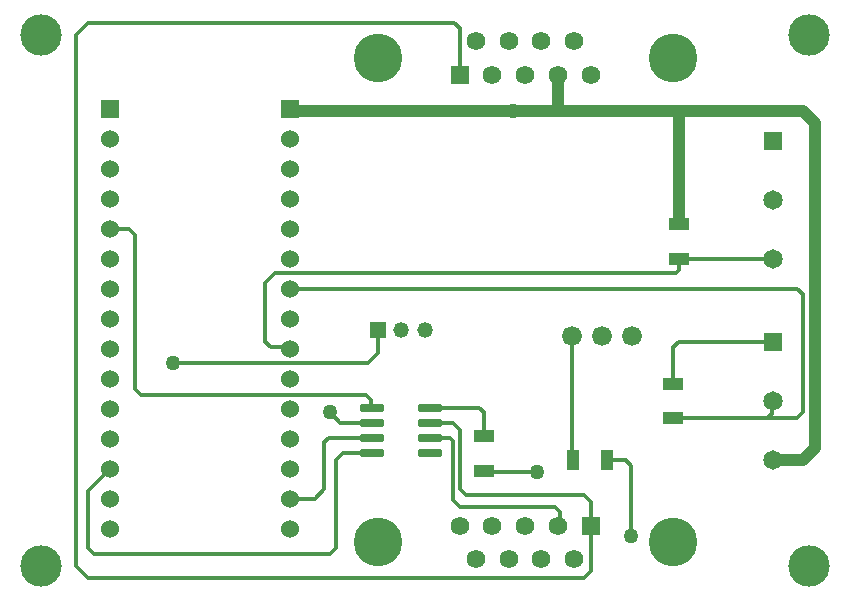
<source format=gtl>
G04*
G04 #@! TF.GenerationSoftware,Altium Limited,Altium Designer,23.4.1 (23)*
G04*
G04 Layer_Physical_Order=1*
G04 Layer_Color=255*
%FSLAX42Y42*%
%MOMM*%
G71*
G04*
G04 #@! TF.SameCoordinates,9F17B6EC-CAF7-4D44-AAD4-BEE513544B2B*
G04*
G04*
G04 #@! TF.FilePolarity,Positive*
G04*
G01*
G75*
%ADD14R,1.77X1.13*%
%ADD15R,1.13X1.77*%
G04:AMPARAMS|DCode=16|XSize=1.97mm|YSize=0.6mm|CornerRadius=0.08mm|HoleSize=0mm|Usage=FLASHONLY|Rotation=0.000|XOffset=0mm|YOffset=0mm|HoleType=Round|Shape=RoundedRectangle|*
%AMROUNDEDRECTD16*
21,1,1.97,0.45,0,0,0.0*
21,1,1.82,0.60,0,0,0.0*
1,1,0.15,0.91,-0.23*
1,1,0.15,-0.91,-0.23*
1,1,0.15,-0.91,0.23*
1,1,0.15,0.91,0.23*
%
%ADD16ROUNDEDRECTD16*%
%ADD32C,0.35*%
%ADD33C,1.00*%
%ADD34R,1.65X1.65*%
%ADD35C,1.65*%
%ADD36R,1.32X1.32*%
%ADD37C,1.32*%
%ADD38R,1.53X1.53*%
%ADD39C,1.53*%
%ADD40C,4.12*%
%ADD41R,1.58X1.58*%
%ADD42C,1.58*%
%ADD43C,1.68*%
%ADD44C,3.50*%
%ADD45C,1.27*%
D14*
X5650Y2853D02*
D03*
Y3147D02*
D03*
X5600Y1500D02*
D03*
Y1794D02*
D03*
X4000Y1347D02*
D03*
Y1053D02*
D03*
D15*
X4753Y1150D02*
D03*
X5047D02*
D03*
D16*
X3547Y1590D02*
D03*
Y1464D02*
D03*
Y1336D02*
D03*
Y1210D02*
D03*
X3053D02*
D03*
Y1336D02*
D03*
Y1464D02*
D03*
Y1590D02*
D03*
D32*
X5600Y2100D02*
X5650Y2150D01*
X5600Y1794D02*
Y2100D01*
X5650Y2150D02*
X6450D01*
X1370Y1970D02*
X3020D01*
X3100Y2050D02*
Y2250D01*
X3020Y1970D02*
X3100Y2050D01*
X2232Y2732D02*
X5629D01*
X5650Y2753D02*
Y2853D01*
X5629Y2732D02*
X5650Y2753D01*
X2351Y2100D02*
X2362Y2090D01*
X2200Y2100D02*
X2351D01*
X2150Y2150D02*
Y2650D01*
Y2150D02*
X2200Y2100D01*
X2150Y2650D02*
X2232Y2732D01*
X5653Y2850D02*
X6450D01*
X5650Y2853D02*
X5653Y2850D01*
X6400Y1500D02*
X6440Y1540D01*
Y1640D01*
X6450Y1650D01*
X6400Y1500D02*
X6650D01*
X5600D02*
X6400D01*
X6700Y1550D02*
Y2550D01*
X6650Y1500D02*
X6700Y1550D01*
X4746Y1157D02*
Y2200D01*
X2362Y2598D02*
X6653D01*
X6700Y2550D01*
X3547Y1590D02*
X3960D01*
X4000Y1347D02*
Y1550D01*
X3960Y1590D02*
X4000Y1550D01*
X4053Y1050D02*
X4450D01*
X4050Y1053D02*
X4053Y1050D01*
X838Y3106D02*
X844Y3100D01*
X1000D02*
X1050Y3050D01*
Y1750D02*
Y3050D01*
X844Y3100D02*
X1000D01*
X550Y4750D02*
X650Y4850D01*
X550Y250D02*
Y4750D01*
X650Y4850D02*
X3750D01*
X550Y250D02*
X650Y150D01*
X4850D01*
X4746Y1157D02*
X4753Y1150D01*
X5250Y500D02*
Y1100D01*
X5200Y1150D02*
X5250Y1100D01*
X5047Y1150D02*
X5200D01*
X650Y885D02*
X838Y1073D01*
X650Y400D02*
Y885D01*
X2786Y1464D02*
X3053D01*
X2700Y1550D02*
X2786Y1464D01*
X4904Y204D02*
Y592D01*
X4850Y150D02*
X4904Y204D01*
X2411Y1701D02*
X2412Y1700D01*
X3000D01*
X1099Y1701D02*
X2411D01*
X1050Y1750D02*
X1099Y1701D01*
X3048Y1596D02*
Y1652D01*
X3000Y1700D02*
X3048Y1652D01*
Y1596D02*
X3053Y1590D01*
X650Y400D02*
X700Y350D01*
X2700D01*
X2750Y400D01*
Y1150D01*
X2650Y900D02*
Y1300D01*
X2569Y819D02*
X2650Y900D01*
Y1300D02*
X2686Y1336D01*
X2750Y1150D02*
X2809Y1210D01*
X3053D01*
X2362Y819D02*
X2569D01*
X2686Y1336D02*
X3053D01*
X4627Y592D02*
X4647Y612D01*
X4600Y750D02*
X4647Y703D01*
Y612D02*
Y703D01*
X3800Y750D02*
X4600D01*
X3740Y810D02*
X3800Y750D01*
X3740Y810D02*
Y1310D01*
X3800Y900D02*
Y1400D01*
X3850Y850D02*
X4850D01*
X3800Y900D02*
X3850Y850D01*
X3737Y1464D02*
X3800Y1400D01*
X3713Y1336D02*
X3740Y1310D01*
X3547Y1336D02*
X3713D01*
X3547Y1464D02*
X3737D01*
X4850Y850D02*
X4904Y796D01*
Y592D02*
Y796D01*
X3796Y4408D02*
Y4804D01*
X3750Y4850D02*
X3796Y4804D01*
D33*
X5650Y4100D02*
X6700D01*
X4600D02*
X5650D01*
X5650Y3147D02*
Y4100D01*
X5650Y4100D01*
X6450Y1150D02*
X6700D01*
X6800Y1250D01*
X4250Y4100D02*
X4600D01*
X2383D02*
X4250D01*
X4627Y4127D02*
Y4408D01*
X4600Y4100D02*
X4627Y4127D01*
X6800Y1250D02*
Y4000D01*
X6700Y4100D02*
X6800Y4000D01*
X2362Y4122D02*
X2383Y4100D01*
D34*
X6450Y3850D02*
D03*
Y2150D02*
D03*
D35*
Y3350D02*
D03*
Y2850D02*
D03*
Y1150D02*
D03*
Y1650D02*
D03*
D36*
X3100Y2250D02*
D03*
D37*
X3300D02*
D03*
X3500D02*
D03*
D38*
X2362Y4122D02*
D03*
X838D02*
D03*
D39*
X2362Y3867D02*
D03*
Y3613D02*
D03*
Y3360D02*
D03*
Y3106D02*
D03*
Y2851D02*
D03*
Y2598D02*
D03*
Y2343D02*
D03*
Y2090D02*
D03*
Y1835D02*
D03*
Y1581D02*
D03*
Y1327D02*
D03*
Y1073D02*
D03*
Y819D02*
D03*
Y566D02*
D03*
X838Y3867D02*
D03*
Y3613D02*
D03*
Y3360D02*
D03*
Y3106D02*
D03*
Y2851D02*
D03*
Y2598D02*
D03*
Y2343D02*
D03*
Y2090D02*
D03*
Y1835D02*
D03*
Y1581D02*
D03*
Y1327D02*
D03*
Y1073D02*
D03*
Y819D02*
D03*
Y566D02*
D03*
D40*
X3100Y4550D02*
D03*
X5599D02*
D03*
Y450D02*
D03*
X3100D02*
D03*
D41*
X3796Y4408D02*
D03*
X4904Y592D02*
D03*
D42*
X4073Y4408D02*
D03*
X4350D02*
D03*
X4488Y4692D02*
D03*
X4627Y4408D02*
D03*
X4765Y4692D02*
D03*
X4904Y4408D02*
D03*
X4212Y4692D02*
D03*
X3935D02*
D03*
X4627Y592D02*
D03*
X4350D02*
D03*
X4212Y308D02*
D03*
X4073Y592D02*
D03*
X3935Y308D02*
D03*
X3796Y592D02*
D03*
X4488Y308D02*
D03*
X4765D02*
D03*
D43*
X4750Y2200D02*
D03*
X5258D02*
D03*
X5004D02*
D03*
D44*
X250Y4750D02*
D03*
X6750Y250D02*
D03*
Y4750D02*
D03*
X250Y250D02*
D03*
D45*
X1370Y1970D02*
D03*
X4450Y1050D02*
D03*
X4250Y4100D02*
D03*
X5250Y500D02*
D03*
X2700Y1550D02*
D03*
M02*

</source>
